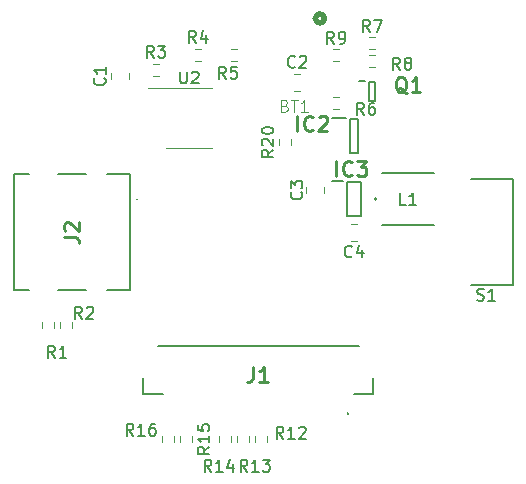
<source format=gbr>
%TF.GenerationSoftware,KiCad,Pcbnew,7.0.9*%
%TF.CreationDate,2023-12-29T19:26:43-05:00*%
%TF.ProjectId,watch-0001,77617463-682d-4303-9030-312e6b696361,v.0.0.1*%
%TF.SameCoordinates,Original*%
%TF.FileFunction,Legend,Top*%
%TF.FilePolarity,Positive*%
%FSLAX46Y46*%
G04 Gerber Fmt 4.6, Leading zero omitted, Abs format (unit mm)*
G04 Created by KiCad (PCBNEW 7.0.9) date 2023-12-29 19:26:43*
%MOMM*%
%LPD*%
G01*
G04 APERTURE LIST*
%ADD10C,0.150000*%
%ADD11C,0.100000*%
%ADD12C,0.254000*%
%ADD13C,0.120000*%
%ADD14C,0.200000*%
%ADD15C,0.127000*%
%ADD16C,0.152400*%
%ADD17C,0.508000*%
G04 APERTURE END LIST*
D10*
X133977142Y-105102819D02*
X133643809Y-104626628D01*
X133405714Y-105102819D02*
X133405714Y-104102819D01*
X133405714Y-104102819D02*
X133786666Y-104102819D01*
X133786666Y-104102819D02*
X133881904Y-104150438D01*
X133881904Y-104150438D02*
X133929523Y-104198057D01*
X133929523Y-104198057D02*
X133977142Y-104293295D01*
X133977142Y-104293295D02*
X133977142Y-104436152D01*
X133977142Y-104436152D02*
X133929523Y-104531390D01*
X133929523Y-104531390D02*
X133881904Y-104579009D01*
X133881904Y-104579009D02*
X133786666Y-104626628D01*
X133786666Y-104626628D02*
X133405714Y-104626628D01*
X134929523Y-105102819D02*
X134358095Y-105102819D01*
X134643809Y-105102819D02*
X134643809Y-104102819D01*
X134643809Y-104102819D02*
X134548571Y-104245676D01*
X134548571Y-104245676D02*
X134453333Y-104340914D01*
X134453333Y-104340914D02*
X134358095Y-104388533D01*
X135786666Y-104102819D02*
X135596190Y-104102819D01*
X135596190Y-104102819D02*
X135500952Y-104150438D01*
X135500952Y-104150438D02*
X135453333Y-104198057D01*
X135453333Y-104198057D02*
X135358095Y-104340914D01*
X135358095Y-104340914D02*
X135310476Y-104531390D01*
X135310476Y-104531390D02*
X135310476Y-104912342D01*
X135310476Y-104912342D02*
X135358095Y-105007580D01*
X135358095Y-105007580D02*
X135405714Y-105055200D01*
X135405714Y-105055200D02*
X135500952Y-105102819D01*
X135500952Y-105102819D02*
X135691428Y-105102819D01*
X135691428Y-105102819D02*
X135786666Y-105055200D01*
X135786666Y-105055200D02*
X135834285Y-105007580D01*
X135834285Y-105007580D02*
X135881904Y-104912342D01*
X135881904Y-104912342D02*
X135881904Y-104674247D01*
X135881904Y-104674247D02*
X135834285Y-104579009D01*
X135834285Y-104579009D02*
X135786666Y-104531390D01*
X135786666Y-104531390D02*
X135691428Y-104483771D01*
X135691428Y-104483771D02*
X135500952Y-104483771D01*
X135500952Y-104483771D02*
X135405714Y-104531390D01*
X135405714Y-104531390D02*
X135358095Y-104579009D01*
X135358095Y-104579009D02*
X135310476Y-104674247D01*
X147661333Y-73863580D02*
X147613714Y-73911200D01*
X147613714Y-73911200D02*
X147470857Y-73958819D01*
X147470857Y-73958819D02*
X147375619Y-73958819D01*
X147375619Y-73958819D02*
X147232762Y-73911200D01*
X147232762Y-73911200D02*
X147137524Y-73815961D01*
X147137524Y-73815961D02*
X147089905Y-73720723D01*
X147089905Y-73720723D02*
X147042286Y-73530247D01*
X147042286Y-73530247D02*
X147042286Y-73387390D01*
X147042286Y-73387390D02*
X147089905Y-73196914D01*
X147089905Y-73196914D02*
X147137524Y-73101676D01*
X147137524Y-73101676D02*
X147232762Y-73006438D01*
X147232762Y-73006438D02*
X147375619Y-72958819D01*
X147375619Y-72958819D02*
X147470857Y-72958819D01*
X147470857Y-72958819D02*
X147613714Y-73006438D01*
X147613714Y-73006438D02*
X147661333Y-73054057D01*
X148042286Y-73054057D02*
X148089905Y-73006438D01*
X148089905Y-73006438D02*
X148185143Y-72958819D01*
X148185143Y-72958819D02*
X148423238Y-72958819D01*
X148423238Y-72958819D02*
X148518476Y-73006438D01*
X148518476Y-73006438D02*
X148566095Y-73054057D01*
X148566095Y-73054057D02*
X148613714Y-73149295D01*
X148613714Y-73149295D02*
X148613714Y-73244533D01*
X148613714Y-73244533D02*
X148566095Y-73387390D01*
X148566095Y-73387390D02*
X147994667Y-73958819D01*
X147994667Y-73958819D02*
X148613714Y-73958819D01*
D11*
X146788285Y-77157609D02*
X146931142Y-77205228D01*
X146931142Y-77205228D02*
X146978761Y-77252847D01*
X146978761Y-77252847D02*
X147026380Y-77348085D01*
X147026380Y-77348085D02*
X147026380Y-77490942D01*
X147026380Y-77490942D02*
X146978761Y-77586180D01*
X146978761Y-77586180D02*
X146931142Y-77633800D01*
X146931142Y-77633800D02*
X146835904Y-77681419D01*
X146835904Y-77681419D02*
X146454952Y-77681419D01*
X146454952Y-77681419D02*
X146454952Y-76681419D01*
X146454952Y-76681419D02*
X146788285Y-76681419D01*
X146788285Y-76681419D02*
X146883523Y-76729038D01*
X146883523Y-76729038D02*
X146931142Y-76776657D01*
X146931142Y-76776657D02*
X146978761Y-76871895D01*
X146978761Y-76871895D02*
X146978761Y-76967133D01*
X146978761Y-76967133D02*
X146931142Y-77062371D01*
X146931142Y-77062371D02*
X146883523Y-77109990D01*
X146883523Y-77109990D02*
X146788285Y-77157609D01*
X146788285Y-77157609D02*
X146454952Y-77157609D01*
X147312095Y-76681419D02*
X147883523Y-76681419D01*
X147597809Y-77681419D02*
X147597809Y-76681419D01*
X148740666Y-77681419D02*
X148169238Y-77681419D01*
X148454952Y-77681419D02*
X148454952Y-76681419D01*
X148454952Y-76681419D02*
X148359714Y-76824276D01*
X148359714Y-76824276D02*
X148264476Y-76919514D01*
X148264476Y-76919514D02*
X148169238Y-76967133D01*
D10*
X129627333Y-95196819D02*
X129294000Y-94720628D01*
X129055905Y-95196819D02*
X129055905Y-94196819D01*
X129055905Y-94196819D02*
X129436857Y-94196819D01*
X129436857Y-94196819D02*
X129532095Y-94244438D01*
X129532095Y-94244438D02*
X129579714Y-94292057D01*
X129579714Y-94292057D02*
X129627333Y-94387295D01*
X129627333Y-94387295D02*
X129627333Y-94530152D01*
X129627333Y-94530152D02*
X129579714Y-94625390D01*
X129579714Y-94625390D02*
X129532095Y-94673009D01*
X129532095Y-94673009D02*
X129436857Y-94720628D01*
X129436857Y-94720628D02*
X129055905Y-94720628D01*
X130008286Y-94292057D02*
X130055905Y-94244438D01*
X130055905Y-94244438D02*
X130151143Y-94196819D01*
X130151143Y-94196819D02*
X130389238Y-94196819D01*
X130389238Y-94196819D02*
X130484476Y-94244438D01*
X130484476Y-94244438D02*
X130532095Y-94292057D01*
X130532095Y-94292057D02*
X130579714Y-94387295D01*
X130579714Y-94387295D02*
X130579714Y-94482533D01*
X130579714Y-94482533D02*
X130532095Y-94625390D01*
X130532095Y-94625390D02*
X129960667Y-95196819D01*
X129960667Y-95196819D02*
X130579714Y-95196819D01*
D12*
X157105047Y-76133270D02*
X156984095Y-76072794D01*
X156984095Y-76072794D02*
X156863142Y-75951842D01*
X156863142Y-75951842D02*
X156681714Y-75770413D01*
X156681714Y-75770413D02*
X156560761Y-75709937D01*
X156560761Y-75709937D02*
X156439809Y-75709937D01*
X156500285Y-76012318D02*
X156379333Y-75951842D01*
X156379333Y-75951842D02*
X156258380Y-75830889D01*
X156258380Y-75830889D02*
X156197904Y-75588984D01*
X156197904Y-75588984D02*
X156197904Y-75165651D01*
X156197904Y-75165651D02*
X156258380Y-74923746D01*
X156258380Y-74923746D02*
X156379333Y-74802794D01*
X156379333Y-74802794D02*
X156500285Y-74742318D01*
X156500285Y-74742318D02*
X156742190Y-74742318D01*
X156742190Y-74742318D02*
X156863142Y-74802794D01*
X156863142Y-74802794D02*
X156984095Y-74923746D01*
X156984095Y-74923746D02*
X157044571Y-75165651D01*
X157044571Y-75165651D02*
X157044571Y-75588984D01*
X157044571Y-75588984D02*
X156984095Y-75830889D01*
X156984095Y-75830889D02*
X156863142Y-75951842D01*
X156863142Y-75951842D02*
X156742190Y-76012318D01*
X156742190Y-76012318D02*
X156500285Y-76012318D01*
X158254095Y-76012318D02*
X157528380Y-76012318D01*
X157891237Y-76012318D02*
X157891237Y-74742318D01*
X157891237Y-74742318D02*
X157770285Y-74923746D01*
X157770285Y-74923746D02*
X157649333Y-75044699D01*
X157649333Y-75044699D02*
X157528380Y-75105175D01*
D10*
X140581142Y-108150819D02*
X140247809Y-107674628D01*
X140009714Y-108150819D02*
X140009714Y-107150819D01*
X140009714Y-107150819D02*
X140390666Y-107150819D01*
X140390666Y-107150819D02*
X140485904Y-107198438D01*
X140485904Y-107198438D02*
X140533523Y-107246057D01*
X140533523Y-107246057D02*
X140581142Y-107341295D01*
X140581142Y-107341295D02*
X140581142Y-107484152D01*
X140581142Y-107484152D02*
X140533523Y-107579390D01*
X140533523Y-107579390D02*
X140485904Y-107627009D01*
X140485904Y-107627009D02*
X140390666Y-107674628D01*
X140390666Y-107674628D02*
X140009714Y-107674628D01*
X141533523Y-108150819D02*
X140962095Y-108150819D01*
X141247809Y-108150819D02*
X141247809Y-107150819D01*
X141247809Y-107150819D02*
X141152571Y-107293676D01*
X141152571Y-107293676D02*
X141057333Y-107388914D01*
X141057333Y-107388914D02*
X140962095Y-107436533D01*
X142390666Y-107484152D02*
X142390666Y-108150819D01*
X142152571Y-107103200D02*
X141914476Y-107817485D01*
X141914476Y-107817485D02*
X142533523Y-107817485D01*
X156551333Y-74114819D02*
X156218000Y-73638628D01*
X155979905Y-74114819D02*
X155979905Y-73114819D01*
X155979905Y-73114819D02*
X156360857Y-73114819D01*
X156360857Y-73114819D02*
X156456095Y-73162438D01*
X156456095Y-73162438D02*
X156503714Y-73210057D01*
X156503714Y-73210057D02*
X156551333Y-73305295D01*
X156551333Y-73305295D02*
X156551333Y-73448152D01*
X156551333Y-73448152D02*
X156503714Y-73543390D01*
X156503714Y-73543390D02*
X156456095Y-73591009D01*
X156456095Y-73591009D02*
X156360857Y-73638628D01*
X156360857Y-73638628D02*
X155979905Y-73638628D01*
X157122762Y-73543390D02*
X157027524Y-73495771D01*
X157027524Y-73495771D02*
X156979905Y-73448152D01*
X156979905Y-73448152D02*
X156932286Y-73352914D01*
X156932286Y-73352914D02*
X156932286Y-73305295D01*
X156932286Y-73305295D02*
X156979905Y-73210057D01*
X156979905Y-73210057D02*
X157027524Y-73162438D01*
X157027524Y-73162438D02*
X157122762Y-73114819D01*
X157122762Y-73114819D02*
X157313238Y-73114819D01*
X157313238Y-73114819D02*
X157408476Y-73162438D01*
X157408476Y-73162438D02*
X157456095Y-73210057D01*
X157456095Y-73210057D02*
X157503714Y-73305295D01*
X157503714Y-73305295D02*
X157503714Y-73352914D01*
X157503714Y-73352914D02*
X157456095Y-73448152D01*
X157456095Y-73448152D02*
X157408476Y-73495771D01*
X157408476Y-73495771D02*
X157313238Y-73543390D01*
X157313238Y-73543390D02*
X157122762Y-73543390D01*
X157122762Y-73543390D02*
X157027524Y-73591009D01*
X157027524Y-73591009D02*
X156979905Y-73638628D01*
X156979905Y-73638628D02*
X156932286Y-73733866D01*
X156932286Y-73733866D02*
X156932286Y-73924342D01*
X156932286Y-73924342D02*
X156979905Y-74019580D01*
X156979905Y-74019580D02*
X157027524Y-74067200D01*
X157027524Y-74067200D02*
X157122762Y-74114819D01*
X157122762Y-74114819D02*
X157313238Y-74114819D01*
X157313238Y-74114819D02*
X157408476Y-74067200D01*
X157408476Y-74067200D02*
X157456095Y-74019580D01*
X157456095Y-74019580D02*
X157503714Y-73924342D01*
X157503714Y-73924342D02*
X157503714Y-73733866D01*
X157503714Y-73733866D02*
X157456095Y-73638628D01*
X157456095Y-73638628D02*
X157408476Y-73591009D01*
X157408476Y-73591009D02*
X157313238Y-73543390D01*
X154011333Y-70906819D02*
X153678000Y-70430628D01*
X153439905Y-70906819D02*
X153439905Y-69906819D01*
X153439905Y-69906819D02*
X153820857Y-69906819D01*
X153820857Y-69906819D02*
X153916095Y-69954438D01*
X153916095Y-69954438D02*
X153963714Y-70002057D01*
X153963714Y-70002057D02*
X154011333Y-70097295D01*
X154011333Y-70097295D02*
X154011333Y-70240152D01*
X154011333Y-70240152D02*
X153963714Y-70335390D01*
X153963714Y-70335390D02*
X153916095Y-70383009D01*
X153916095Y-70383009D02*
X153820857Y-70430628D01*
X153820857Y-70430628D02*
X153439905Y-70430628D01*
X154344667Y-69906819D02*
X155011333Y-69906819D01*
X155011333Y-69906819D02*
X154582762Y-70906819D01*
X163067537Y-93625504D02*
X163210499Y-93673157D01*
X163210499Y-93673157D02*
X163448768Y-93673157D01*
X163448768Y-93673157D02*
X163544076Y-93625504D01*
X163544076Y-93625504D02*
X163591730Y-93577850D01*
X163591730Y-93577850D02*
X163639384Y-93482542D01*
X163639384Y-93482542D02*
X163639384Y-93387234D01*
X163639384Y-93387234D02*
X163591730Y-93291926D01*
X163591730Y-93291926D02*
X163544076Y-93244272D01*
X163544076Y-93244272D02*
X163448768Y-93196618D01*
X163448768Y-93196618D02*
X163258153Y-93148964D01*
X163258153Y-93148964D02*
X163162845Y-93101311D01*
X163162845Y-93101311D02*
X163115191Y-93053657D01*
X163115191Y-93053657D02*
X163067537Y-92958349D01*
X163067537Y-92958349D02*
X163067537Y-92863041D01*
X163067537Y-92863041D02*
X163115191Y-92767733D01*
X163115191Y-92767733D02*
X163162845Y-92720079D01*
X163162845Y-92720079D02*
X163258153Y-92672425D01*
X163258153Y-92672425D02*
X163496422Y-92672425D01*
X163496422Y-92672425D02*
X163639384Y-92720079D01*
X164592462Y-93673157D02*
X164020615Y-93673157D01*
X164306539Y-93673157D02*
X164306539Y-92672425D01*
X164306539Y-92672425D02*
X164211231Y-92815387D01*
X164211231Y-92815387D02*
X164115923Y-92910695D01*
X164115923Y-92910695D02*
X164020615Y-92958349D01*
D12*
X128082318Y-88307332D02*
X128989461Y-88307332D01*
X128989461Y-88307332D02*
X129170889Y-88367809D01*
X129170889Y-88367809D02*
X129291842Y-88488761D01*
X129291842Y-88488761D02*
X129352318Y-88670190D01*
X129352318Y-88670190D02*
X129352318Y-88791142D01*
X128203270Y-87763047D02*
X128142794Y-87702571D01*
X128142794Y-87702571D02*
X128082318Y-87581618D01*
X128082318Y-87581618D02*
X128082318Y-87279237D01*
X128082318Y-87279237D02*
X128142794Y-87158285D01*
X128142794Y-87158285D02*
X128203270Y-87097809D01*
X128203270Y-87097809D02*
X128324222Y-87037332D01*
X128324222Y-87037332D02*
X128445175Y-87037332D01*
X128445175Y-87037332D02*
X128626603Y-87097809D01*
X128626603Y-87097809D02*
X129352318Y-87823523D01*
X129352318Y-87823523D02*
X129352318Y-87037332D01*
D10*
X135723333Y-73098819D02*
X135390000Y-72622628D01*
X135151905Y-73098819D02*
X135151905Y-72098819D01*
X135151905Y-72098819D02*
X135532857Y-72098819D01*
X135532857Y-72098819D02*
X135628095Y-72146438D01*
X135628095Y-72146438D02*
X135675714Y-72194057D01*
X135675714Y-72194057D02*
X135723333Y-72289295D01*
X135723333Y-72289295D02*
X135723333Y-72432152D01*
X135723333Y-72432152D02*
X135675714Y-72527390D01*
X135675714Y-72527390D02*
X135628095Y-72575009D01*
X135628095Y-72575009D02*
X135532857Y-72622628D01*
X135532857Y-72622628D02*
X135151905Y-72622628D01*
X136056667Y-72098819D02*
X136675714Y-72098819D01*
X136675714Y-72098819D02*
X136342381Y-72479771D01*
X136342381Y-72479771D02*
X136485238Y-72479771D01*
X136485238Y-72479771D02*
X136580476Y-72527390D01*
X136580476Y-72527390D02*
X136628095Y-72575009D01*
X136628095Y-72575009D02*
X136675714Y-72670247D01*
X136675714Y-72670247D02*
X136675714Y-72908342D01*
X136675714Y-72908342D02*
X136628095Y-73003580D01*
X136628095Y-73003580D02*
X136580476Y-73051200D01*
X136580476Y-73051200D02*
X136485238Y-73098819D01*
X136485238Y-73098819D02*
X136199524Y-73098819D01*
X136199524Y-73098819D02*
X136104286Y-73051200D01*
X136104286Y-73051200D02*
X136056667Y-73003580D01*
X139279333Y-71828819D02*
X138946000Y-71352628D01*
X138707905Y-71828819D02*
X138707905Y-70828819D01*
X138707905Y-70828819D02*
X139088857Y-70828819D01*
X139088857Y-70828819D02*
X139184095Y-70876438D01*
X139184095Y-70876438D02*
X139231714Y-70924057D01*
X139231714Y-70924057D02*
X139279333Y-71019295D01*
X139279333Y-71019295D02*
X139279333Y-71162152D01*
X139279333Y-71162152D02*
X139231714Y-71257390D01*
X139231714Y-71257390D02*
X139184095Y-71305009D01*
X139184095Y-71305009D02*
X139088857Y-71352628D01*
X139088857Y-71352628D02*
X138707905Y-71352628D01*
X140136476Y-71162152D02*
X140136476Y-71828819D01*
X139898381Y-70781200D02*
X139660286Y-71495485D01*
X139660286Y-71495485D02*
X140279333Y-71495485D01*
X131521580Y-74842666D02*
X131569200Y-74890285D01*
X131569200Y-74890285D02*
X131616819Y-75033142D01*
X131616819Y-75033142D02*
X131616819Y-75128380D01*
X131616819Y-75128380D02*
X131569200Y-75271237D01*
X131569200Y-75271237D02*
X131473961Y-75366475D01*
X131473961Y-75366475D02*
X131378723Y-75414094D01*
X131378723Y-75414094D02*
X131188247Y-75461713D01*
X131188247Y-75461713D02*
X131045390Y-75461713D01*
X131045390Y-75461713D02*
X130854914Y-75414094D01*
X130854914Y-75414094D02*
X130759676Y-75366475D01*
X130759676Y-75366475D02*
X130664438Y-75271237D01*
X130664438Y-75271237D02*
X130616819Y-75128380D01*
X130616819Y-75128380D02*
X130616819Y-75033142D01*
X130616819Y-75033142D02*
X130664438Y-74890285D01*
X130664438Y-74890285D02*
X130712057Y-74842666D01*
X131616819Y-73890285D02*
X131616819Y-74461713D01*
X131616819Y-74175999D02*
X130616819Y-74175999D01*
X130616819Y-74175999D02*
X130759676Y-74271237D01*
X130759676Y-74271237D02*
X130854914Y-74366475D01*
X130854914Y-74366475D02*
X130902533Y-74461713D01*
X140408819Y-106052857D02*
X139932628Y-106386190D01*
X140408819Y-106624285D02*
X139408819Y-106624285D01*
X139408819Y-106624285D02*
X139408819Y-106243333D01*
X139408819Y-106243333D02*
X139456438Y-106148095D01*
X139456438Y-106148095D02*
X139504057Y-106100476D01*
X139504057Y-106100476D02*
X139599295Y-106052857D01*
X139599295Y-106052857D02*
X139742152Y-106052857D01*
X139742152Y-106052857D02*
X139837390Y-106100476D01*
X139837390Y-106100476D02*
X139885009Y-106148095D01*
X139885009Y-106148095D02*
X139932628Y-106243333D01*
X139932628Y-106243333D02*
X139932628Y-106624285D01*
X140408819Y-105100476D02*
X140408819Y-105671904D01*
X140408819Y-105386190D02*
X139408819Y-105386190D01*
X139408819Y-105386190D02*
X139551676Y-105481428D01*
X139551676Y-105481428D02*
X139646914Y-105576666D01*
X139646914Y-105576666D02*
X139694533Y-105671904D01*
X139408819Y-104195714D02*
X139408819Y-104671904D01*
X139408819Y-104671904D02*
X139885009Y-104719523D01*
X139885009Y-104719523D02*
X139837390Y-104671904D01*
X139837390Y-104671904D02*
X139789771Y-104576666D01*
X139789771Y-104576666D02*
X139789771Y-104338571D01*
X139789771Y-104338571D02*
X139837390Y-104243333D01*
X139837390Y-104243333D02*
X139885009Y-104195714D01*
X139885009Y-104195714D02*
X139980247Y-104148095D01*
X139980247Y-104148095D02*
X140218342Y-104148095D01*
X140218342Y-104148095D02*
X140313580Y-104195714D01*
X140313580Y-104195714D02*
X140361200Y-104243333D01*
X140361200Y-104243333D02*
X140408819Y-104338571D01*
X140408819Y-104338571D02*
X140408819Y-104576666D01*
X140408819Y-104576666D02*
X140361200Y-104671904D01*
X140361200Y-104671904D02*
X140313580Y-104719523D01*
X143629142Y-108150819D02*
X143295809Y-107674628D01*
X143057714Y-108150819D02*
X143057714Y-107150819D01*
X143057714Y-107150819D02*
X143438666Y-107150819D01*
X143438666Y-107150819D02*
X143533904Y-107198438D01*
X143533904Y-107198438D02*
X143581523Y-107246057D01*
X143581523Y-107246057D02*
X143629142Y-107341295D01*
X143629142Y-107341295D02*
X143629142Y-107484152D01*
X143629142Y-107484152D02*
X143581523Y-107579390D01*
X143581523Y-107579390D02*
X143533904Y-107627009D01*
X143533904Y-107627009D02*
X143438666Y-107674628D01*
X143438666Y-107674628D02*
X143057714Y-107674628D01*
X144581523Y-108150819D02*
X144010095Y-108150819D01*
X144295809Y-108150819D02*
X144295809Y-107150819D01*
X144295809Y-107150819D02*
X144200571Y-107293676D01*
X144200571Y-107293676D02*
X144105333Y-107388914D01*
X144105333Y-107388914D02*
X144010095Y-107436533D01*
X144914857Y-107150819D02*
X145533904Y-107150819D01*
X145533904Y-107150819D02*
X145200571Y-107531771D01*
X145200571Y-107531771D02*
X145343428Y-107531771D01*
X145343428Y-107531771D02*
X145438666Y-107579390D01*
X145438666Y-107579390D02*
X145486285Y-107627009D01*
X145486285Y-107627009D02*
X145533904Y-107722247D01*
X145533904Y-107722247D02*
X145533904Y-107960342D01*
X145533904Y-107960342D02*
X145486285Y-108055580D01*
X145486285Y-108055580D02*
X145438666Y-108103200D01*
X145438666Y-108103200D02*
X145343428Y-108150819D01*
X145343428Y-108150819D02*
X145057714Y-108150819D01*
X145057714Y-108150819D02*
X144962476Y-108103200D01*
X144962476Y-108103200D02*
X144914857Y-108055580D01*
X137922095Y-74286819D02*
X137922095Y-75096342D01*
X137922095Y-75096342D02*
X137969714Y-75191580D01*
X137969714Y-75191580D02*
X138017333Y-75239200D01*
X138017333Y-75239200D02*
X138112571Y-75286819D01*
X138112571Y-75286819D02*
X138303047Y-75286819D01*
X138303047Y-75286819D02*
X138398285Y-75239200D01*
X138398285Y-75239200D02*
X138445904Y-75191580D01*
X138445904Y-75191580D02*
X138493523Y-75096342D01*
X138493523Y-75096342D02*
X138493523Y-74286819D01*
X138922095Y-74382057D02*
X138969714Y-74334438D01*
X138969714Y-74334438D02*
X139064952Y-74286819D01*
X139064952Y-74286819D02*
X139303047Y-74286819D01*
X139303047Y-74286819D02*
X139398285Y-74334438D01*
X139398285Y-74334438D02*
X139445904Y-74382057D01*
X139445904Y-74382057D02*
X139493523Y-74477295D01*
X139493523Y-74477295D02*
X139493523Y-74572533D01*
X139493523Y-74572533D02*
X139445904Y-74715390D01*
X139445904Y-74715390D02*
X138874476Y-75286819D01*
X138874476Y-75286819D02*
X139493523Y-75286819D01*
D12*
X147858237Y-79314318D02*
X147858237Y-78044318D01*
X149188714Y-79193365D02*
X149128238Y-79253842D01*
X149128238Y-79253842D02*
X148946809Y-79314318D01*
X148946809Y-79314318D02*
X148825857Y-79314318D01*
X148825857Y-79314318D02*
X148644428Y-79253842D01*
X148644428Y-79253842D02*
X148523476Y-79132889D01*
X148523476Y-79132889D02*
X148462999Y-79011937D01*
X148462999Y-79011937D02*
X148402523Y-78770032D01*
X148402523Y-78770032D02*
X148402523Y-78588603D01*
X148402523Y-78588603D02*
X148462999Y-78346699D01*
X148462999Y-78346699D02*
X148523476Y-78225746D01*
X148523476Y-78225746D02*
X148644428Y-78104794D01*
X148644428Y-78104794D02*
X148825857Y-78044318D01*
X148825857Y-78044318D02*
X148946809Y-78044318D01*
X148946809Y-78044318D02*
X149128238Y-78104794D01*
X149128238Y-78104794D02*
X149188714Y-78165270D01*
X149672523Y-78165270D02*
X149732999Y-78104794D01*
X149732999Y-78104794D02*
X149853952Y-78044318D01*
X149853952Y-78044318D02*
X150156333Y-78044318D01*
X150156333Y-78044318D02*
X150277285Y-78104794D01*
X150277285Y-78104794D02*
X150337761Y-78165270D01*
X150337761Y-78165270D02*
X150398238Y-78286222D01*
X150398238Y-78286222D02*
X150398238Y-78407175D01*
X150398238Y-78407175D02*
X150337761Y-78588603D01*
X150337761Y-78588603D02*
X149612047Y-79314318D01*
X149612047Y-79314318D02*
X150398238Y-79314318D01*
D10*
X148187580Y-84494666D02*
X148235200Y-84542285D01*
X148235200Y-84542285D02*
X148282819Y-84685142D01*
X148282819Y-84685142D02*
X148282819Y-84780380D01*
X148282819Y-84780380D02*
X148235200Y-84923237D01*
X148235200Y-84923237D02*
X148139961Y-85018475D01*
X148139961Y-85018475D02*
X148044723Y-85066094D01*
X148044723Y-85066094D02*
X147854247Y-85113713D01*
X147854247Y-85113713D02*
X147711390Y-85113713D01*
X147711390Y-85113713D02*
X147520914Y-85066094D01*
X147520914Y-85066094D02*
X147425676Y-85018475D01*
X147425676Y-85018475D02*
X147330438Y-84923237D01*
X147330438Y-84923237D02*
X147282819Y-84780380D01*
X147282819Y-84780380D02*
X147282819Y-84685142D01*
X147282819Y-84685142D02*
X147330438Y-84542285D01*
X147330438Y-84542285D02*
X147378057Y-84494666D01*
X147282819Y-84161332D02*
X147282819Y-83542285D01*
X147282819Y-83542285D02*
X147663771Y-83875618D01*
X147663771Y-83875618D02*
X147663771Y-83732761D01*
X147663771Y-83732761D02*
X147711390Y-83637523D01*
X147711390Y-83637523D02*
X147759009Y-83589904D01*
X147759009Y-83589904D02*
X147854247Y-83542285D01*
X147854247Y-83542285D02*
X148092342Y-83542285D01*
X148092342Y-83542285D02*
X148187580Y-83589904D01*
X148187580Y-83589904D02*
X148235200Y-83637523D01*
X148235200Y-83637523D02*
X148282819Y-83732761D01*
X148282819Y-83732761D02*
X148282819Y-84018475D01*
X148282819Y-84018475D02*
X148235200Y-84113713D01*
X148235200Y-84113713D02*
X148187580Y-84161332D01*
X150963333Y-71922819D02*
X150630000Y-71446628D01*
X150391905Y-71922819D02*
X150391905Y-70922819D01*
X150391905Y-70922819D02*
X150772857Y-70922819D01*
X150772857Y-70922819D02*
X150868095Y-70970438D01*
X150868095Y-70970438D02*
X150915714Y-71018057D01*
X150915714Y-71018057D02*
X150963333Y-71113295D01*
X150963333Y-71113295D02*
X150963333Y-71256152D01*
X150963333Y-71256152D02*
X150915714Y-71351390D01*
X150915714Y-71351390D02*
X150868095Y-71399009D01*
X150868095Y-71399009D02*
X150772857Y-71446628D01*
X150772857Y-71446628D02*
X150391905Y-71446628D01*
X151439524Y-71922819D02*
X151630000Y-71922819D01*
X151630000Y-71922819D02*
X151725238Y-71875200D01*
X151725238Y-71875200D02*
X151772857Y-71827580D01*
X151772857Y-71827580D02*
X151868095Y-71684723D01*
X151868095Y-71684723D02*
X151915714Y-71494247D01*
X151915714Y-71494247D02*
X151915714Y-71113295D01*
X151915714Y-71113295D02*
X151868095Y-71018057D01*
X151868095Y-71018057D02*
X151820476Y-70970438D01*
X151820476Y-70970438D02*
X151725238Y-70922819D01*
X151725238Y-70922819D02*
X151534762Y-70922819D01*
X151534762Y-70922819D02*
X151439524Y-70970438D01*
X151439524Y-70970438D02*
X151391905Y-71018057D01*
X151391905Y-71018057D02*
X151344286Y-71113295D01*
X151344286Y-71113295D02*
X151344286Y-71351390D01*
X151344286Y-71351390D02*
X151391905Y-71446628D01*
X151391905Y-71446628D02*
X151439524Y-71494247D01*
X151439524Y-71494247D02*
X151534762Y-71541866D01*
X151534762Y-71541866D02*
X151725238Y-71541866D01*
X151725238Y-71541866D02*
X151820476Y-71494247D01*
X151820476Y-71494247D02*
X151868095Y-71446628D01*
X151868095Y-71446628D02*
X151915714Y-71351390D01*
D12*
X151160237Y-83124318D02*
X151160237Y-81854318D01*
X152490714Y-83003365D02*
X152430238Y-83063842D01*
X152430238Y-83063842D02*
X152248809Y-83124318D01*
X152248809Y-83124318D02*
X152127857Y-83124318D01*
X152127857Y-83124318D02*
X151946428Y-83063842D01*
X151946428Y-83063842D02*
X151825476Y-82942889D01*
X151825476Y-82942889D02*
X151764999Y-82821937D01*
X151764999Y-82821937D02*
X151704523Y-82580032D01*
X151704523Y-82580032D02*
X151704523Y-82398603D01*
X151704523Y-82398603D02*
X151764999Y-82156699D01*
X151764999Y-82156699D02*
X151825476Y-82035746D01*
X151825476Y-82035746D02*
X151946428Y-81914794D01*
X151946428Y-81914794D02*
X152127857Y-81854318D01*
X152127857Y-81854318D02*
X152248809Y-81854318D01*
X152248809Y-81854318D02*
X152430238Y-81914794D01*
X152430238Y-81914794D02*
X152490714Y-81975270D01*
X152914047Y-81854318D02*
X153700238Y-81854318D01*
X153700238Y-81854318D02*
X153276904Y-82338127D01*
X153276904Y-82338127D02*
X153458333Y-82338127D01*
X153458333Y-82338127D02*
X153579285Y-82398603D01*
X153579285Y-82398603D02*
X153639761Y-82459080D01*
X153639761Y-82459080D02*
X153700238Y-82580032D01*
X153700238Y-82580032D02*
X153700238Y-82882413D01*
X153700238Y-82882413D02*
X153639761Y-83003365D01*
X153639761Y-83003365D02*
X153579285Y-83063842D01*
X153579285Y-83063842D02*
X153458333Y-83124318D01*
X153458333Y-83124318D02*
X153095476Y-83124318D01*
X153095476Y-83124318D02*
X152974523Y-83063842D01*
X152974523Y-83063842D02*
X152914047Y-83003365D01*
D10*
X127341333Y-98498819D02*
X127008000Y-98022628D01*
X126769905Y-98498819D02*
X126769905Y-97498819D01*
X126769905Y-97498819D02*
X127150857Y-97498819D01*
X127150857Y-97498819D02*
X127246095Y-97546438D01*
X127246095Y-97546438D02*
X127293714Y-97594057D01*
X127293714Y-97594057D02*
X127341333Y-97689295D01*
X127341333Y-97689295D02*
X127341333Y-97832152D01*
X127341333Y-97832152D02*
X127293714Y-97927390D01*
X127293714Y-97927390D02*
X127246095Y-97975009D01*
X127246095Y-97975009D02*
X127150857Y-98022628D01*
X127150857Y-98022628D02*
X126769905Y-98022628D01*
X128293714Y-98498819D02*
X127722286Y-98498819D01*
X128008000Y-98498819D02*
X128008000Y-97498819D01*
X128008000Y-97498819D02*
X127912762Y-97641676D01*
X127912762Y-97641676D02*
X127817524Y-97736914D01*
X127817524Y-97736914D02*
X127722286Y-97784533D01*
X141819333Y-74876819D02*
X141486000Y-74400628D01*
X141247905Y-74876819D02*
X141247905Y-73876819D01*
X141247905Y-73876819D02*
X141628857Y-73876819D01*
X141628857Y-73876819D02*
X141724095Y-73924438D01*
X141724095Y-73924438D02*
X141771714Y-73972057D01*
X141771714Y-73972057D02*
X141819333Y-74067295D01*
X141819333Y-74067295D02*
X141819333Y-74210152D01*
X141819333Y-74210152D02*
X141771714Y-74305390D01*
X141771714Y-74305390D02*
X141724095Y-74353009D01*
X141724095Y-74353009D02*
X141628857Y-74400628D01*
X141628857Y-74400628D02*
X141247905Y-74400628D01*
X142724095Y-73876819D02*
X142247905Y-73876819D01*
X142247905Y-73876819D02*
X142200286Y-74353009D01*
X142200286Y-74353009D02*
X142247905Y-74305390D01*
X142247905Y-74305390D02*
X142343143Y-74257771D01*
X142343143Y-74257771D02*
X142581238Y-74257771D01*
X142581238Y-74257771D02*
X142676476Y-74305390D01*
X142676476Y-74305390D02*
X142724095Y-74353009D01*
X142724095Y-74353009D02*
X142771714Y-74448247D01*
X142771714Y-74448247D02*
X142771714Y-74686342D01*
X142771714Y-74686342D02*
X142724095Y-74781580D01*
X142724095Y-74781580D02*
X142676476Y-74829200D01*
X142676476Y-74829200D02*
X142581238Y-74876819D01*
X142581238Y-74876819D02*
X142343143Y-74876819D01*
X142343143Y-74876819D02*
X142247905Y-74829200D01*
X142247905Y-74829200D02*
X142200286Y-74781580D01*
X145836819Y-80906857D02*
X145360628Y-81240190D01*
X145836819Y-81478285D02*
X144836819Y-81478285D01*
X144836819Y-81478285D02*
X144836819Y-81097333D01*
X144836819Y-81097333D02*
X144884438Y-81002095D01*
X144884438Y-81002095D02*
X144932057Y-80954476D01*
X144932057Y-80954476D02*
X145027295Y-80906857D01*
X145027295Y-80906857D02*
X145170152Y-80906857D01*
X145170152Y-80906857D02*
X145265390Y-80954476D01*
X145265390Y-80954476D02*
X145313009Y-81002095D01*
X145313009Y-81002095D02*
X145360628Y-81097333D01*
X145360628Y-81097333D02*
X145360628Y-81478285D01*
X144932057Y-80525904D02*
X144884438Y-80478285D01*
X144884438Y-80478285D02*
X144836819Y-80383047D01*
X144836819Y-80383047D02*
X144836819Y-80144952D01*
X144836819Y-80144952D02*
X144884438Y-80049714D01*
X144884438Y-80049714D02*
X144932057Y-80002095D01*
X144932057Y-80002095D02*
X145027295Y-79954476D01*
X145027295Y-79954476D02*
X145122533Y-79954476D01*
X145122533Y-79954476D02*
X145265390Y-80002095D01*
X145265390Y-80002095D02*
X145836819Y-80573523D01*
X145836819Y-80573523D02*
X145836819Y-79954476D01*
X144836819Y-79335428D02*
X144836819Y-79240190D01*
X144836819Y-79240190D02*
X144884438Y-79144952D01*
X144884438Y-79144952D02*
X144932057Y-79097333D01*
X144932057Y-79097333D02*
X145027295Y-79049714D01*
X145027295Y-79049714D02*
X145217771Y-79002095D01*
X145217771Y-79002095D02*
X145455866Y-79002095D01*
X145455866Y-79002095D02*
X145646342Y-79049714D01*
X145646342Y-79049714D02*
X145741580Y-79097333D01*
X145741580Y-79097333D02*
X145789200Y-79144952D01*
X145789200Y-79144952D02*
X145836819Y-79240190D01*
X145836819Y-79240190D02*
X145836819Y-79335428D01*
X145836819Y-79335428D02*
X145789200Y-79430666D01*
X145789200Y-79430666D02*
X145741580Y-79478285D01*
X145741580Y-79478285D02*
X145646342Y-79525904D01*
X145646342Y-79525904D02*
X145455866Y-79573523D01*
X145455866Y-79573523D02*
X145217771Y-79573523D01*
X145217771Y-79573523D02*
X145027295Y-79525904D01*
X145027295Y-79525904D02*
X144932057Y-79478285D01*
X144932057Y-79478285D02*
X144884438Y-79430666D01*
X144884438Y-79430666D02*
X144836819Y-79335428D01*
X153503333Y-77924819D02*
X153170000Y-77448628D01*
X152931905Y-77924819D02*
X152931905Y-76924819D01*
X152931905Y-76924819D02*
X153312857Y-76924819D01*
X153312857Y-76924819D02*
X153408095Y-76972438D01*
X153408095Y-76972438D02*
X153455714Y-77020057D01*
X153455714Y-77020057D02*
X153503333Y-77115295D01*
X153503333Y-77115295D02*
X153503333Y-77258152D01*
X153503333Y-77258152D02*
X153455714Y-77353390D01*
X153455714Y-77353390D02*
X153408095Y-77401009D01*
X153408095Y-77401009D02*
X153312857Y-77448628D01*
X153312857Y-77448628D02*
X152931905Y-77448628D01*
X154360476Y-76924819D02*
X154170000Y-76924819D01*
X154170000Y-76924819D02*
X154074762Y-76972438D01*
X154074762Y-76972438D02*
X154027143Y-77020057D01*
X154027143Y-77020057D02*
X153931905Y-77162914D01*
X153931905Y-77162914D02*
X153884286Y-77353390D01*
X153884286Y-77353390D02*
X153884286Y-77734342D01*
X153884286Y-77734342D02*
X153931905Y-77829580D01*
X153931905Y-77829580D02*
X153979524Y-77877200D01*
X153979524Y-77877200D02*
X154074762Y-77924819D01*
X154074762Y-77924819D02*
X154265238Y-77924819D01*
X154265238Y-77924819D02*
X154360476Y-77877200D01*
X154360476Y-77877200D02*
X154408095Y-77829580D01*
X154408095Y-77829580D02*
X154455714Y-77734342D01*
X154455714Y-77734342D02*
X154455714Y-77496247D01*
X154455714Y-77496247D02*
X154408095Y-77401009D01*
X154408095Y-77401009D02*
X154360476Y-77353390D01*
X154360476Y-77353390D02*
X154265238Y-77305771D01*
X154265238Y-77305771D02*
X154074762Y-77305771D01*
X154074762Y-77305771D02*
X153979524Y-77353390D01*
X153979524Y-77353390D02*
X153931905Y-77401009D01*
X153931905Y-77401009D02*
X153884286Y-77496247D01*
X157059333Y-85544819D02*
X156583143Y-85544819D01*
X156583143Y-85544819D02*
X156583143Y-84544819D01*
X157916476Y-85544819D02*
X157345048Y-85544819D01*
X157630762Y-85544819D02*
X157630762Y-84544819D01*
X157630762Y-84544819D02*
X157535524Y-84687676D01*
X157535524Y-84687676D02*
X157440286Y-84782914D01*
X157440286Y-84782914D02*
X157345048Y-84830533D01*
D12*
X144102667Y-99308318D02*
X144102667Y-100215461D01*
X144102667Y-100215461D02*
X144042190Y-100396889D01*
X144042190Y-100396889D02*
X143921238Y-100517842D01*
X143921238Y-100517842D02*
X143739809Y-100578318D01*
X143739809Y-100578318D02*
X143618857Y-100578318D01*
X145372667Y-100578318D02*
X144646952Y-100578318D01*
X145009809Y-100578318D02*
X145009809Y-99308318D01*
X145009809Y-99308318D02*
X144888857Y-99489746D01*
X144888857Y-99489746D02*
X144767905Y-99610699D01*
X144767905Y-99610699D02*
X144646952Y-99671175D01*
D10*
X152487333Y-89923580D02*
X152439714Y-89971200D01*
X152439714Y-89971200D02*
X152296857Y-90018819D01*
X152296857Y-90018819D02*
X152201619Y-90018819D01*
X152201619Y-90018819D02*
X152058762Y-89971200D01*
X152058762Y-89971200D02*
X151963524Y-89875961D01*
X151963524Y-89875961D02*
X151915905Y-89780723D01*
X151915905Y-89780723D02*
X151868286Y-89590247D01*
X151868286Y-89590247D02*
X151868286Y-89447390D01*
X151868286Y-89447390D02*
X151915905Y-89256914D01*
X151915905Y-89256914D02*
X151963524Y-89161676D01*
X151963524Y-89161676D02*
X152058762Y-89066438D01*
X152058762Y-89066438D02*
X152201619Y-89018819D01*
X152201619Y-89018819D02*
X152296857Y-89018819D01*
X152296857Y-89018819D02*
X152439714Y-89066438D01*
X152439714Y-89066438D02*
X152487333Y-89114057D01*
X153344476Y-89352152D02*
X153344476Y-90018819D01*
X153106381Y-88971200D02*
X152868286Y-89685485D01*
X152868286Y-89685485D02*
X153487333Y-89685485D01*
X146677142Y-105356819D02*
X146343809Y-104880628D01*
X146105714Y-105356819D02*
X146105714Y-104356819D01*
X146105714Y-104356819D02*
X146486666Y-104356819D01*
X146486666Y-104356819D02*
X146581904Y-104404438D01*
X146581904Y-104404438D02*
X146629523Y-104452057D01*
X146629523Y-104452057D02*
X146677142Y-104547295D01*
X146677142Y-104547295D02*
X146677142Y-104690152D01*
X146677142Y-104690152D02*
X146629523Y-104785390D01*
X146629523Y-104785390D02*
X146581904Y-104833009D01*
X146581904Y-104833009D02*
X146486666Y-104880628D01*
X146486666Y-104880628D02*
X146105714Y-104880628D01*
X147629523Y-105356819D02*
X147058095Y-105356819D01*
X147343809Y-105356819D02*
X147343809Y-104356819D01*
X147343809Y-104356819D02*
X147248571Y-104499676D01*
X147248571Y-104499676D02*
X147153333Y-104594914D01*
X147153333Y-104594914D02*
X147058095Y-104642533D01*
X148010476Y-104452057D02*
X148058095Y-104404438D01*
X148058095Y-104404438D02*
X148153333Y-104356819D01*
X148153333Y-104356819D02*
X148391428Y-104356819D01*
X148391428Y-104356819D02*
X148486666Y-104404438D01*
X148486666Y-104404438D02*
X148534285Y-104452057D01*
X148534285Y-104452057D02*
X148581904Y-104547295D01*
X148581904Y-104547295D02*
X148581904Y-104642533D01*
X148581904Y-104642533D02*
X148534285Y-104785390D01*
X148534285Y-104785390D02*
X147962857Y-105356819D01*
X147962857Y-105356819D02*
X148581904Y-105356819D01*
D13*
%TO.C,R16*%
X137428500Y-105172742D02*
X137428500Y-105647258D01*
X136383500Y-105172742D02*
X136383500Y-105647258D01*
%TO.C,C2*%
X147566748Y-74449000D02*
X148089252Y-74449000D01*
X147566748Y-75919000D02*
X148089252Y-75919000D01*
%TO.C,R2*%
X128792500Y-95520742D02*
X128792500Y-95995258D01*
X127747500Y-95520742D02*
X127747500Y-95995258D01*
D14*
%TO.C,Q1*%
X153098000Y-75046000D02*
X153590000Y-75046000D01*
X153940000Y-75146000D02*
X154416000Y-75146000D01*
X153940000Y-76746000D02*
X153940000Y-75146000D01*
X154416000Y-75146000D02*
X154416000Y-76746000D01*
X154416000Y-76746000D02*
X153940000Y-76746000D01*
D13*
%TO.C,R14*%
X142254500Y-105172742D02*
X142254500Y-105647258D01*
X141209500Y-105172742D02*
X141209500Y-105647258D01*
%TO.C,R8*%
X154415258Y-73928500D02*
X153940742Y-73928500D01*
X154415258Y-72883500D02*
X153940742Y-72883500D01*
%TO.C,R7*%
X153940742Y-71359500D02*
X154415258Y-71359500D01*
X153940742Y-72404500D02*
X154415258Y-72404500D01*
D15*
%TO.C,S1*%
X162538000Y-92384000D02*
X166138000Y-92384000D01*
X166138000Y-92384000D02*
X166138000Y-83384000D01*
X162538000Y-83384000D02*
X166138000Y-83384000D01*
D14*
%TO.C,J2*%
X133713000Y-82959000D02*
X133713000Y-92809000D01*
X131778000Y-82959000D02*
X133713000Y-82959000D01*
X129978000Y-82959000D02*
X127578000Y-82959000D01*
X125178000Y-82959000D02*
X123843000Y-82959000D01*
X123843000Y-82959000D02*
X123843000Y-92809000D01*
D11*
X134278000Y-85084000D02*
X134278000Y-85084000D01*
X134178000Y-85084000D02*
X134178000Y-85084000D01*
D14*
X133713000Y-92809000D02*
X131778000Y-92809000D01*
X127578000Y-92809000D02*
X129978000Y-92809000D01*
X123843000Y-92809000D02*
X125178000Y-92809000D01*
D11*
X134178000Y-85084000D02*
G75*
G03*
X134278000Y-85084000I50000J0D01*
G01*
X134278000Y-85084000D02*
G75*
G03*
X134178000Y-85084000I-50000J0D01*
G01*
D13*
%TO.C,R3*%
X136127258Y-74690500D02*
X135652742Y-74690500D01*
X136127258Y-73645500D02*
X135652742Y-73645500D01*
%TO.C,R4*%
X139683258Y-73420500D02*
X139208742Y-73420500D01*
X139683258Y-72375500D02*
X139208742Y-72375500D01*
%TO.C,C1*%
X132107000Y-74937252D02*
X132107000Y-74414748D01*
X133577000Y-74937252D02*
X133577000Y-74414748D01*
%TO.C,R15*%
X137907500Y-105647258D02*
X137907500Y-105172742D01*
X138952500Y-105647258D02*
X138952500Y-105172742D01*
%TO.C,R13*%
X143778500Y-105172742D02*
X143778500Y-105647258D01*
X142733500Y-105172742D02*
X142733500Y-105647258D01*
%TO.C,U2*%
X138684000Y-75672000D02*
X135234000Y-75672000D01*
X138684000Y-75672000D02*
X140634000Y-75672000D01*
X138684000Y-80792000D02*
X136734000Y-80792000D01*
X138684000Y-80792000D02*
X140634000Y-80792000D01*
D14*
%TO.C,IC2*%
X150804000Y-78256000D02*
X152004000Y-78256000D01*
X152354000Y-78306000D02*
X152954000Y-78306000D01*
X152354000Y-81206000D02*
X152354000Y-78306000D01*
X152954000Y-78306000D02*
X152954000Y-81206000D01*
X152954000Y-81206000D02*
X152354000Y-81206000D01*
D13*
%TO.C,C3*%
X150087000Y-84066748D02*
X150087000Y-84589252D01*
X148617000Y-84066748D02*
X148617000Y-84589252D01*
%TO.C,R9*%
X150892742Y-72375500D02*
X151367258Y-72375500D01*
X150892742Y-73420500D02*
X151367258Y-73420500D01*
D14*
%TO.C,IC3*%
X150804000Y-83590000D02*
X151704000Y-83590000D01*
X152054000Y-83640000D02*
X153254000Y-83640000D01*
X152054000Y-86540000D02*
X152054000Y-83640000D01*
X153254000Y-83640000D02*
X153254000Y-86540000D01*
X153254000Y-86540000D02*
X152054000Y-86540000D01*
D13*
%TO.C,R1*%
X127268500Y-95520742D02*
X127268500Y-95995258D01*
X126223500Y-95520742D02*
X126223500Y-95995258D01*
%TO.C,R5*%
X142256742Y-72375500D02*
X142731258Y-72375500D01*
X142256742Y-73420500D02*
X142731258Y-73420500D01*
%TO.C,R20*%
X146289500Y-80501258D02*
X146289500Y-80026742D01*
X147334500Y-80501258D02*
X147334500Y-80026742D01*
%TO.C,R6*%
X150892742Y-76439500D02*
X151367258Y-76439500D01*
X150892742Y-77484500D02*
X151367258Y-77484500D01*
D16*
%TO.C,L1*%
X155003500Y-87312500D02*
X159448500Y-87312500D01*
X159448500Y-82867500D02*
X155003500Y-82867500D01*
X154546300Y-85090000D02*
G75*
G03*
X154546300Y-85090000I-76200J0D01*
G01*
D14*
%TO.C,J1*%
X154276000Y-101604000D02*
X154276000Y-100254000D01*
X153076000Y-97554000D02*
X136076000Y-97554000D01*
X152676000Y-101604000D02*
X154276000Y-101604000D01*
X152126000Y-103304000D02*
X152126000Y-103304000D01*
X152126000Y-103204000D02*
X152126000Y-103204000D01*
X136476000Y-101604000D02*
X134776000Y-101604000D01*
X134776000Y-101604000D02*
X134776000Y-100254000D01*
X152126000Y-103204000D02*
G75*
G03*
X152126000Y-103304000I0J-50000D01*
G01*
X152126000Y-103304000D02*
G75*
G03*
X152126000Y-103204000I0J50000D01*
G01*
D13*
%TO.C,C4*%
X152915252Y-88619000D02*
X152392748Y-88619000D01*
X152915252Y-87149000D02*
X152392748Y-87149000D01*
%TO.C,R12*%
X145302500Y-105172742D02*
X145302500Y-105647258D01*
X144257500Y-105172742D02*
X144257500Y-105647258D01*
D17*
%TO.C,J3*%
X150152100Y-69786500D02*
G75*
G03*
X150152100Y-69786500I-381000J0D01*
G01*
%TD*%
M02*

</source>
